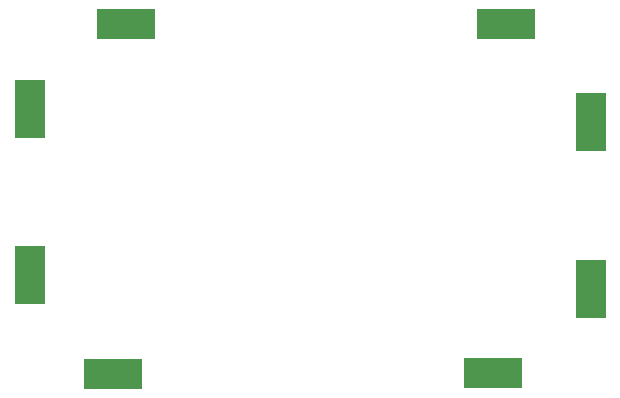
<source format=gbr>
%TF.GenerationSoftware,KiCad,Pcbnew,5.1.6-c6e7f7d~86~ubuntu18.04.1*%
%TF.CreationDate,2020-05-16T18:56:39+02:00*%
%TF.ProjectId,slimme-meter-tra,736c696d-6d65-42d6-9d65-7465722d7472,rev?*%
%TF.SameCoordinates,Original*%
%TF.FileFunction,Copper,L2,Bot*%
%TF.FilePolarity,Positive*%
%FSLAX46Y46*%
G04 Gerber Fmt 4.6, Leading zero omitted, Abs format (unit mm)*
G04 Created by KiCad (PCBNEW 5.1.6-c6e7f7d~86~ubuntu18.04.1) date 2020-05-16 18:56:39*
%MOMM*%
%LPD*%
G01*
G04 APERTURE LIST*
%TA.AperFunction,ComponentPad*%
%ADD10R,2.500000X5.000000*%
%TD*%
%TA.AperFunction,ComponentPad*%
%ADD11R,5.000000X2.500000*%
%TD*%
G04 APERTURE END LIST*
D10*
X126900000Y-65800000D03*
X126900000Y-79800000D03*
D11*
X134000000Y-88200000D03*
X166100000Y-88100000D03*
D10*
X174400000Y-81000000D03*
X174400000Y-66900000D03*
D11*
X167200000Y-58600000D03*
X135100000Y-58600000D03*
M02*

</source>
